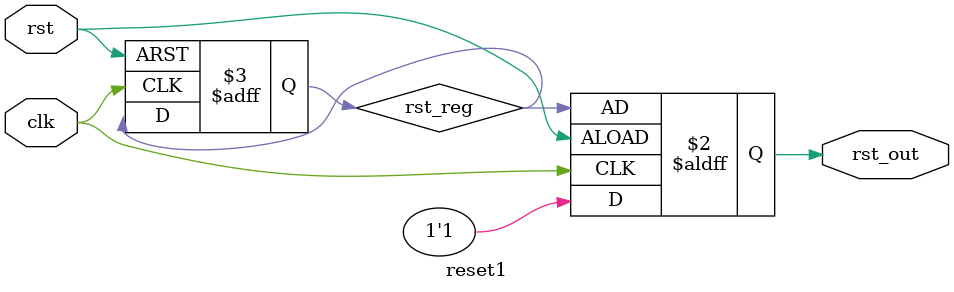
<source format=v>
module reset1(
    input clk,rst,
    output reg rst_out
);
    reg rst_reg;
    always@(posedge clk or negedge rst)begin
        if(rst)
            rst_out<=1;
        else begin
            rst_reg<=0;
            rst_out<=rst_reg;
        end
    end
endmodule
</source>
